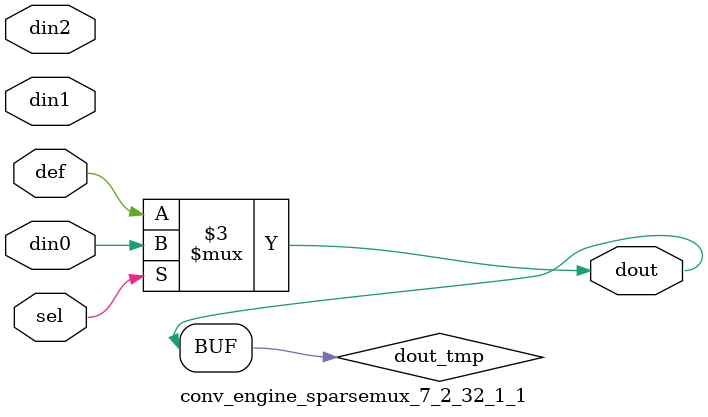
<source format=v>
`timescale 1ns / 1ps

module conv_engine_sparsemux_7_2_32_1_1 (din0,din1,din2,def,sel,dout);

parameter din0_WIDTH = 1;

parameter din1_WIDTH = 1;

parameter din2_WIDTH = 1;

parameter def_WIDTH = 1;
parameter sel_WIDTH = 1;
parameter dout_WIDTH = 1;

parameter [sel_WIDTH-1:0] CASE0 = 1;

parameter [sel_WIDTH-1:0] CASE1 = 1;

parameter [sel_WIDTH-1:0] CASE2 = 1;

parameter ID = 1;
parameter NUM_STAGE = 1;



input [din0_WIDTH-1:0] din0;

input [din1_WIDTH-1:0] din1;

input [din2_WIDTH-1:0] din2;

input [def_WIDTH-1:0] def;
input [sel_WIDTH-1:0] sel;

output [dout_WIDTH-1:0] dout;



reg [dout_WIDTH-1:0] dout_tmp;


always @ (*) begin
(* parallel_case *) case (sel)
    
    CASE0 : dout_tmp = din0;
    
    CASE1 : dout_tmp = din1;
    
    CASE2 : dout_tmp = din2;
    
    default : dout_tmp = def;
endcase
end


assign dout = dout_tmp;



endmodule

</source>
